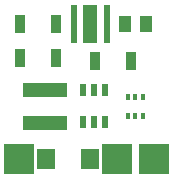
<source format=gtp>
G75*
%MOIN*%
%OFA0B0*%
%FSLAX25Y25*%
%IPPOS*%
%LPD*%
%AMOC8*
5,1,8,0,0,1.08239X$1,22.5*
%
%ADD10R,0.01969X0.12992*%
%ADD11R,0.05118X0.12992*%
%ADD12R,0.02362X0.04331*%
%ADD13R,0.14567X0.04724*%
%ADD14R,0.03543X0.06299*%
%ADD15R,0.01575X0.01969*%
%ADD16R,0.10000X0.10000*%
%ADD17R,0.06299X0.07087*%
%ADD18R,0.04331X0.05512*%
D10*
X0027302Y0053800D03*
X0038326Y0053800D03*
D11*
X0032814Y0053800D03*
D12*
X0034064Y0031615D03*
X0037804Y0031615D03*
X0030324Y0031615D03*
X0030324Y0020985D03*
X0034064Y0020985D03*
X0037804Y0020985D03*
D13*
X0017814Y0020788D03*
X0017814Y0031812D03*
D14*
X0021416Y0042550D03*
X0021416Y0053800D03*
X0009212Y0053800D03*
X0009212Y0042550D03*
X0034212Y0041300D03*
X0046416Y0041300D03*
D15*
X0045255Y0029450D03*
X0047814Y0029450D03*
X0050373Y0029450D03*
X0050373Y0023150D03*
X0047814Y0023150D03*
X0045255Y0023150D03*
D16*
X0009064Y0008800D03*
X0041564Y0008800D03*
X0054064Y0008800D03*
D17*
X0032558Y0008800D03*
X0018070Y0008800D03*
D18*
X0044369Y0053800D03*
X0044369Y0053800D03*
X0051259Y0053800D03*
X0051259Y0053800D03*
M02*

</source>
